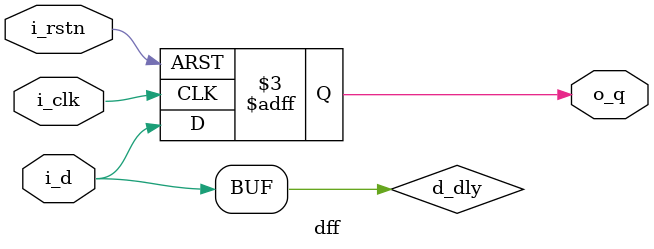
<source format=v>

module	dff
(	
	output reg			o_q,
	input				i_d,
	input				i_clk,
	input				i_rstn
);

	wire				d_dly;
	assign	#(2.5)		d_dly	= i_d;

	always @(posedge i_clk or negedge i_rstn) begin
		if(!i_rstn) begin
			o_q	<= 0;
		end else begin
			o_q	<= d_dly;
		end
	end
	
endmodule

</source>
